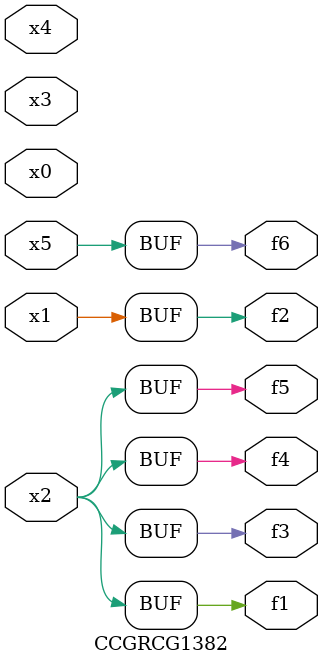
<source format=v>
module CCGRCG1382(
	input x0, x1, x2, x3, x4, x5,
	output f1, f2, f3, f4, f5, f6
);
	assign f1 = x2;
	assign f2 = x1;
	assign f3 = x2;
	assign f4 = x2;
	assign f5 = x2;
	assign f6 = x5;
endmodule

</source>
